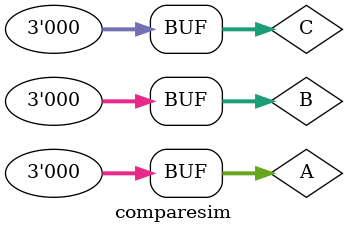
<source format=v>
`timescale 1s / 1ps


module comparesim;
    reg [2:0] A;
    reg [2:0] B;
    reg [2:0] C;
    wire OUT;
    compare U0(.out(OUT),.a(A),.b(B),.c(C));
    
    initial
    begin
    A = 3'd0;
    B = 3'd0;
    C = 3'd0; 
        repeat (8)
        begin
        repeat (8)
        begin
        repeat (8)
        begin
        #100
        C = C + 1;
        end
        B = B + 1;
        end
        A = A + 1;
        end
    end
endmodule

</source>
